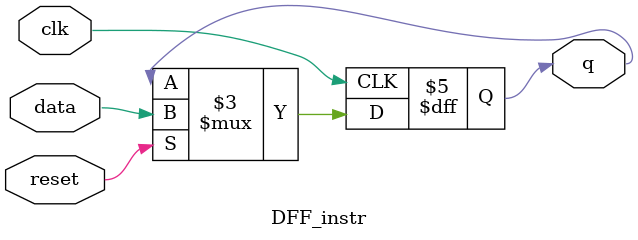
<source format=v>
module DFF_Regular(input clk,reset,load,data,output reg q);
always@(negedge clk)
begin
	if (reset)
	q=0;
	else
		if(load)
			q=data;
end
endmodule
module DFF_instr(input clk,reset,data,output reg q);
  always@(negedge clk)
	if (reset)
	q=data;
endmodule

</source>
